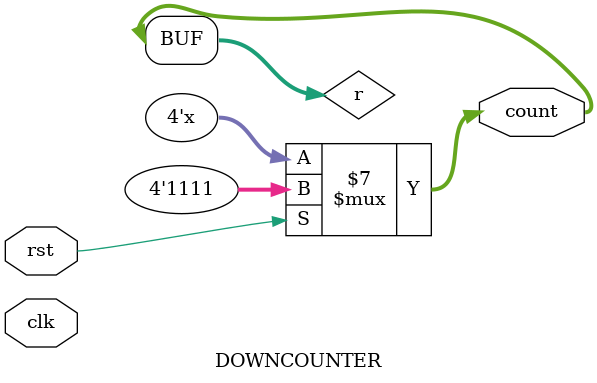
<source format=v>
`timescale 1ns / 1ps


module DOWNCOUNTER(input rst,
    input clk,
   output [3:0] count
    );
    
   reg [3:0]r;
   assign count=r ;
   initial
   begin 
   r=15;
   end
    
    always@(clk,rst)
  begin
  
    if (rst==1)
    r<=15;
    else
    r= r-1; 
    if (r==-1)
    r<=15;
    end
    
    
 endmodule
        
  
        

</source>
